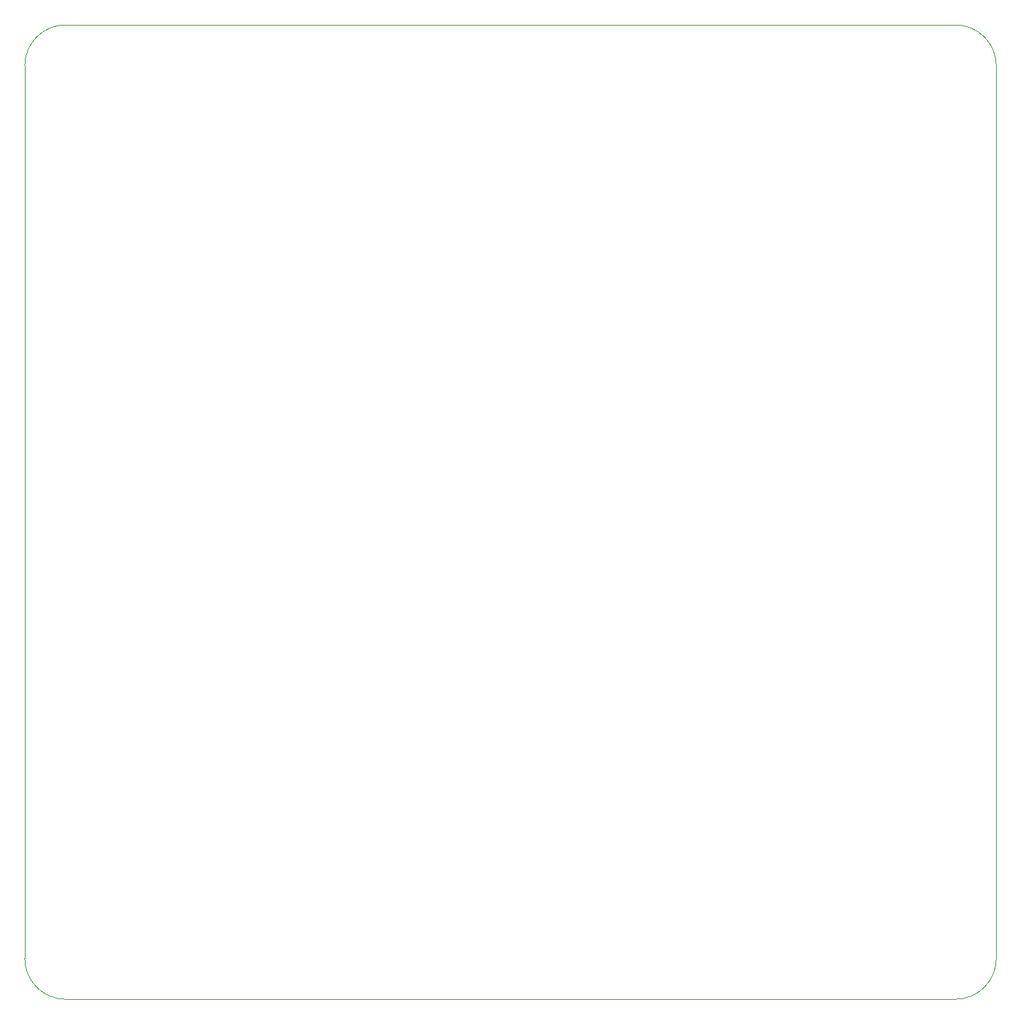
<source format=gbr>
%TF.GenerationSoftware,KiCad,Pcbnew,7.0.10*%
%TF.CreationDate,2024-02-03T22:52:19+05:30*%
%TF.ProjectId,ControlUnit,436f6e74-726f-46c5-956e-69742e6b6963,rev?*%
%TF.SameCoordinates,Original*%
%TF.FileFunction,Profile,NP*%
%FSLAX46Y46*%
G04 Gerber Fmt 4.6, Leading zero omitted, Abs format (unit mm)*
G04 Created by KiCad (PCBNEW 7.0.10) date 2024-02-03 22:52:19*
%MOMM*%
%LPD*%
G01*
G04 APERTURE LIST*
%TA.AperFunction,Profile*%
%ADD10C,0.100000*%
%TD*%
G04 APERTURE END LIST*
D10*
X81000000Y-45000000D02*
X81000000Y-135000000D01*
X200000000Y-45000000D02*
G75*
G03*
X195000000Y-40000000I-5000000J0D01*
G01*
X176000000Y-40000000D02*
X195000000Y-40000000D01*
X81000000Y-154302944D02*
X81000000Y-135000000D01*
X86000000Y-40000000D02*
G75*
G03*
X81000000Y-45000000I0J-5000000D01*
G01*
X176000000Y-40000000D02*
X86000000Y-40000000D01*
X200000000Y-135000000D02*
X200000000Y-45000000D01*
X176000000Y-159302944D02*
X195000000Y-159302944D01*
X200000000Y-135000000D02*
X200000000Y-154302944D01*
X195000000Y-159302900D02*
G75*
G03*
X200000000Y-154302944I0J5000000D01*
G01*
X86000000Y-159302944D02*
X176000000Y-159302944D01*
X80999956Y-154302944D02*
G75*
G03*
X86000000Y-159302944I5000044J44D01*
G01*
M02*

</source>
